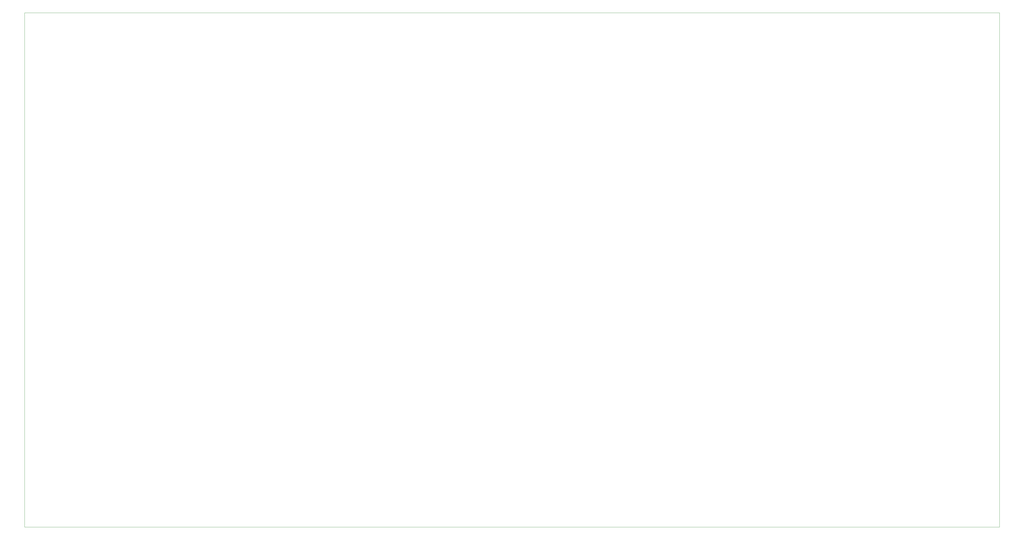
<source format=gbr>
%TF.GenerationSoftware,KiCad,Pcbnew,(6.0.5)*%
%TF.CreationDate,2023-04-26T04:57:18-04:00*%
%TF.ProjectId,as3340,61733333-3430-42e6-9b69-6361645f7063,rev?*%
%TF.SameCoordinates,Original*%
%TF.FileFunction,Profile,NP*%
%FSLAX46Y46*%
G04 Gerber Fmt 4.6, Leading zero omitted, Abs format (unit mm)*
G04 Created by KiCad (PCBNEW (6.0.5)) date 2023-04-26 04:57:18*
%MOMM*%
%LPD*%
G01*
G04 APERTURE LIST*
%TA.AperFunction,Profile*%
%ADD10C,0.100000*%
%TD*%
G04 APERTURE END LIST*
D10*
X16510000Y-41910000D02*
X359410000Y-41910000D01*
X359410000Y-41910000D02*
X359410000Y-222885000D01*
X359410000Y-222885000D02*
X16510000Y-222885000D01*
X16510000Y-222885000D02*
X16510000Y-41910000D01*
M02*

</source>
